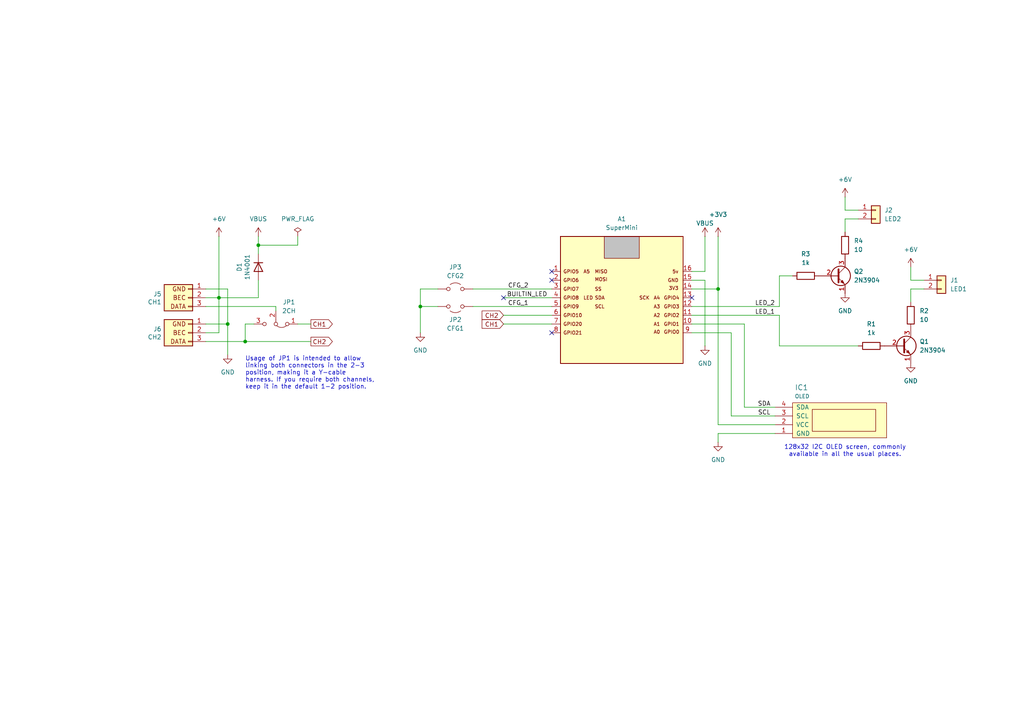
<source format=kicad_sch>
(kicad_sch (version 20231120) (generator "eeschema") (generator_version "8.0")
  (paper "A4")
  (title_block (title "RC Dashboard (ESP32 C3 \"SuperMini\" 2)") (comment 3 "board. This variant is slightly larger, but has two LED sockets.") (comment 4 "Adding a throttle gauge using an OLED-screen and an ESP32 C3 \"SuperMini\" development"))
  (lib_symbols
    (symbol "Connector_Generic:Conn_01x02" (pin_names (offset 1.016) hide)
      (property "Reference" "J" (at 0 2.54 0))
      (property "Value" "Conn_01x02" (at 0 -5.08 0))
      (symbol "Conn_01x02_1_1"
        (rectangle (start -1.27 -2.413) (end 0 -2.667) (stroke (width 0.1524)))
        (rectangle (start -1.27 0.127) (end 0 -0.127) (stroke (width 0.1524)))
        (rectangle (start -1.27 1.27) (end 1.27 -3.81) (stroke (width 0.254)) (fill (type background)))
        (pin passive line (at -5.08 0 0) (length 3.81) (name "Pin_1") (number "1"))
        (pin passive line (at -5.08 -2.54 0) (length 3.81) (name "Pin_2") (number "2"))
      )
    )
    (symbol "Device:R" (pin_numbers hide) (pin_names (offset 0))
      (property "Reference" "R" (at 2.032 0 90))
      (property "Value" "R" (at 0 0 90))
      (symbol "R_0_1"
        (rectangle (start -1.016 -2.54) (end 1.016 2.54) (stroke (width 0.254)))
      )
      (symbol "R_1_1"
        (pin passive line (at 0 3.81 270) (length 1.27) (name "~") (number "1"))
        (pin passive line (at 0 -3.81 90) (length 1.27) (name "~") (number "2"))
      )
    )
    (symbol "Diode:1N4001" (pin_numbers hide) (pin_names hide)
      (property "Reference" "D" (at 0 2.54 0))
      (property "Value" "1N4001" (at 0 -2.54 0))
      (symbol "1N4001_0_1"
        (polyline (pts (xy -1.27 1.27) (xy -1.27 -1.27)) (stroke (width 0.254)))
        (polyline (pts (xy 1.27 0) (xy -1.27 0)))
        (polyline (pts (xy 1.27 1.27) (xy 1.27 -1.27) (xy -1.27 0) (xy 1.27 1.27)) (stroke (width 0.254)))
      )
      (symbol "1N4001_1_1"
        (pin passive line (at -3.81 0 0) (length 2.54) (name "K") (number "1"))
        (pin passive line (at 3.81 0 180) (length 2.54) (name "A") (number "2"))
      )
    )
    (symbol "I2C_OLED:0.91_I2C_OLED" (pin_names (offset 1.016))
      (property "Reference" "IC" (at 1.27 -4.445 0))
      (property "Value" "0.91_I2C_OLED" (at 1.905 -2.54 0))
      (symbol "0.91_I2C_OLED_0_1"
        (rectangle (start -13.335 1.905) (end 13.97 -8.255) (fill (type background)))
        (rectangle (start 10.795 0) (end -7.62 -6.35))
      )
      (symbol "0.91_I2C_OLED_1_1"
        (pin power_in line (at -18.415 -6.985 0) (length 5.08) (name "GND") (number "1"))
        (pin power_in line (at -18.415 -4.445 0) (length 5.08) (name "VCC") (number "2"))
        (pin bidirectional line (at -18.415 -1.905 0) (length 5.08) (name "SCL") (number "3"))
        (pin bidirectional line (at -18.415 0.635 0) (length 5.08) (name "SDA") (number "4"))
      )
    )
    (symbol "Jumper:Jumper_2_Open" (pin_numbers hide) (pin_names (offset 0) hide) (exclude_from_sim yes)
      (property "Reference" "JP" (at 0 2.794 0))
      (property "Value" "Jumper_2_Open" (at 0 -2.286 0))
      (symbol "Jumper_2_Open_0_0"
        (circle (center -2.032 0) (radius 0.508))
        (circle (center 2.032 0) (radius 0.508))
      )
      (symbol "Jumper_2_Open_0_1"
        (arc (start 1.524 1.27) (mid 0 1.778) (end -1.524 1.27))
      )
      (symbol "Jumper_2_Open_1_1"
        (pin passive line (at -5.08 0 0) (length 2.54) (name "A") (number "1"))
        (pin passive line (at 5.08 0 180) (length 2.54) (name "B") (number "2"))
      )
    )
    (symbol "Jumper:Jumper_3_Bridged12" (pin_names (offset 0) hide) (exclude_from_sim yes) (in_bom no)
      (property "Reference" "JP" (at -2.54 -2.54 0))
      (property "Value" "Jumper_3_Bridged12" (at 0 2.794 0))
      (symbol "Jumper_3_Bridged12_0_0"
        (circle (center -3.302 0) (radius 0.508))
        (circle (center 0 0) (radius 0.508))
        (circle (center 3.302 0) (radius 0.508))
      )
      (symbol "Jumper_3_Bridged12_0_1"
        (arc (start -0.254 0.508) (mid -1.651 0.9912) (end -3.048 0.508))
        (polyline (pts (xy 0 -1.27) (xy 0 -0.508)))
      )
      (symbol "Jumper_3_Bridged12_1_1"
        (pin passive line (at -6.35 0 0) (length 2.54) (name "A") (number "1"))
        (pin passive line (at 0 -3.81 90) (length 2.54) (name "C") (number "2"))
        (pin passive line (at 6.35 0 180) (length 2.54) (name "B") (number "3"))
      )
    )
    (symbol "SuperMini:SuperMini" (pin_names hide)
      (property "Reference" "A" (at -15.748 -1.524 0))
      (property "Value" "SuperMini" (at 0 0 0))
      (symbol "SuperMini_0_1"
        (rectangle (start -17.78 2.54) (end 17.78 -34.29) (stroke (width 0.254)) (fill (type background)))
      )
      (symbol "SuperMini_1_0"
        (text "3V3" (at 16.51 -12.446 0) (effects (font (size 0.9906 0.9906)) (justify right)))
        (text "5v" (at 16.51 -7.62 0) (effects (font (size 0.9906 0.9906)) (justify right)))
        (text "A0" (at 11.176 -25.146 0) (effects (font (size 0.9906 0.9906)) (justify right)))
        (text "A1" (at 11.176 -22.86 0) (effects (font (size 0.9906 0.9906)) (justify right)))
        (text "A2" (at 11.176 -20.32 0) (effects (font (size 0.9906 0.9906)) (justify right)))
        (text "A3" (at 11.176 -17.78 0) (effects (font (size 0.9906 0.9906)) (justify right)))
        (text "A4" (at 11.176 -15.24 0) (effects (font (size 0.9906 0.9906)) (justify right)))
        (text "A5" (at -11.176 -7.62 0) (effects (font (size 0.9906 0.9906)) (justify left)))
        (text "GPIO0" (at 16.764 -25.146 0) (effects (font (size 0.9906 0.9906)) (justify right)))
        (text "GPIO1" (at 16.764 -22.86 0) (effects (font (size 0.9906 0.9906)) (justify right)))
        (text "GPIO10" (at -17.018 -20.32 0) (effects (font (size 0.9906 0.9906)) (justify left)))
        (text "GPIO2" (at 16.764 -20.32 0) (effects (font (size 0.9906 0.9906)) (justify right)))
        (text "GPIO20" (at -17.018 -22.86 0) (effects (font (size 0.9906 0.9906)) (justify left)))
        (text "GPIO21" (at -17.018 -25.4 0) (effects (font (size 0.9906 0.9906)) (justify left)))
        (text "GPIO3" (at 16.764 -17.78 0) (effects (font (size 0.9906 0.9906)) (justify right)))
        (text "GPIO4" (at 16.764 -15.24 0) (effects (font (size 0.9906 0.9906)) (justify right)))
        (text "GPIO5" (at -17.018 -7.62 0) (effects (font (size 0.9906 0.9906)) (justify left)))
        (text "GPIO6" (at -17.018 -10.16 0) (effects (font (size 0.9906 0.9906)) (justify left)))
        (text "GPIO7" (at -17.018 -12.7 0) (effects (font (size 0.9906 0.9906)) (justify left)))
        (text "GPIO8" (at -17.018 -15.24 0) (effects (font (size 0.9906 0.9906)) (justify left)))
        (text "GPIO9" (at -17.018 -17.78 0) (effects (font (size 0.9906 0.9906)) (justify left)))
        (text "LED" (at -11.176 -15.24 0) (effects (font (size 0.9906 0.9906)) (justify left)))
        (text "MISO" (at -7.874 -7.62 0) (effects (font (size 0.9906 0.9906)) (justify left)))
        (text "MOSI" (at -7.874 -9.906 0) (effects (font (size 0.9906 0.9906)) (justify left)))
        (text "SCK" (at 8.128 -15.24 0) (effects (font (size 0.9906 0.9906)) (justify right)))
        (text "SCL" (at -7.874 -17.78 0) (effects (font (size 0.9906 0.9906)) (justify left)))
        (text "SDA" (at -7.874 -15.24 0) (effects (font (size 0.9906 0.9906)) (justify left)))
        (text "SS" (at -7.874 -12.7 0) (effects (font (size 0.9906 0.9906)) (justify left)))
      )
      (symbol "SuperMini_1_1"
        (rectangle (start -5.08 2.54) (end 5.08 -3.81) (fill (type color) (color 194 194 194 1)))
        (text "GND" (at 16.51 -10.16 0) (effects (font (size 0.9906 0.9906)) (justify right)))
        (pin bidirectional line (at -20.32 -7.62 0) (length 2.54) (name "GPIO5") (number "1"))
        (pin bidirectional line (at 20.32 -22.86 180) (length 2.54) (name "GPIO1") (number "10"))
        (pin bidirectional line (at 20.32 -20.32 180) (length 2.54) (name "GPIO2") (number "11"))
        (pin bidirectional line (at 20.32 -17.78 180) (length 2.54) (name "GPIO3") (number "12"))
        (pin bidirectional line (at 20.32 -15.24 180) (length 2.54) (name "GPIO4") (number "13"))
        (pin power_out line (at 20.32 -12.7 180) (length 2.54) (name "3V3") (number "14"))
        (pin power_in line (at 20.32 -10.16 180) (length 2.54) (name "GND") (number "15"))
        (pin power_in line (at 20.32 -7.62 180) (length 2.54) (name "5v") (number "16"))
        (pin bidirectional line (at -20.32 -10.16 0) (length 2.54) (name "GPIO6") (number "2"))
        (pin bidirectional line (at -20.32 -12.7 0) (length 2.54) (name "GPIO7") (number "3"))
        (pin bidirectional line (at -20.32 -15.24 0) (length 2.54) (name "GPIO8") (number "4"))
        (pin bidirectional line (at -20.32 -17.78 0) (length 2.54) (name "GPIO9") (number "5"))
        (pin bidirectional line (at -20.32 -20.32 0) (length 2.54) (name "GPIO10") (number "6"))
        (pin bidirectional line (at -20.32 -22.86 0) (length 2.54) (name "GPIO20") (number "7"))
        (pin bidirectional line (at -20.32 -25.4 0) (length 2.54) (name "GPIO21") (number "8"))
        (pin bidirectional line (at 20.32 -25.4 180) (length 2.54) (name "GPIO0") (number "9"))
      )
    )
    (symbol "Transistor_BJT:2N3904" (pin_names (offset 0) hide)
      (property "Reference" "Q" (at 5.08 1.905 0))
      (property "Value" "2N3904" (at 5.08 0 0))
      (symbol "2N3904_0_1"
        (polyline (pts (xy 0.635 0.635) (xy 2.54 2.54)))
        (polyline (pts (xy 0.635 -0.635) (xy 2.54 -2.54) (xy 2.54 -2.54)))
        (polyline (pts (xy 0.635 1.905) (xy 0.635 -1.905) (xy 0.635 -1.905)) (stroke (width 0.508)))
        (polyline (pts (xy 1.27 -1.778) (xy 1.778 -1.27) (xy 2.286 -2.286) (xy 1.27 -1.778) (xy 1.27 -1.778)) (fill (type outline)))
        (circle (center 1.27 0) (radius 2.8194) (stroke (width 0.254)))
      )
      (symbol "2N3904_1_1"
        (pin passive line (at 2.54 -5.08 90) (length 2.54) (name "E") (number "1"))
        (pin passive line (at -5.08 0 0) (length 5.715) (name "B") (number "2"))
        (pin passive line (at 2.54 5.08 270) (length 2.54) (name "C") (number "3"))
      )
    )
    (symbol "power:+3V3" (power) (pin_numbers hide) (pin_names (offset 0) hide)
      (property "Value" "+3V3" (at 0 3.556 0))
      (symbol "+3V3_0_1"
        (polyline (pts (xy -0.762 1.27) (xy 0 2.54)))
        (polyline (pts (xy 0 0) (xy 0 2.54)))
        (polyline (pts (xy 0 2.54) (xy 0.762 1.27)))
      )
      (symbol "+3V3_1_1"
        (pin power_in line (at 0 0 90) (length 0) (name "~") (number "1"))
      )
    )
    (symbol "power:+6V" (power) (pin_numbers hide) (pin_names (offset 0) hide)
      (property "Value" "+6V" (at 0 3.556 0))
      (symbol "+6V_0_1"
        (polyline (pts (xy -0.762 1.27) (xy 0 2.54)))
        (polyline (pts (xy 0 0) (xy 0 2.54)))
        (polyline (pts (xy 0 2.54) (xy 0.762 1.27)))
      )
      (symbol "+6V_1_1"
        (pin power_in line (at 0 0 90) (length 0) (name "~") (number "1"))
      )
    )
    (symbol "power:GND" (power) (pin_numbers hide) (pin_names (offset 0) hide)
      (property "Value" "GND" (at 0 -3.81 0))
      (symbol "GND_0_1"
        (polyline (pts (xy 0 0) (xy 0 -1.27) (xy 1.27 -1.27) (xy 0 -2.54) (xy -1.27 -1.27) (xy 0 -1.27)))
      )
      (symbol "GND_1_1"
        (pin power_in line (at 0 0 270) (length 0) (name "~") (number "1"))
      )
    )
    (symbol "power:PWR_FLAG" (power) (pin_numbers hide) (pin_names (offset 0) hide)
      (property "Value" "PWR_FLAG" (at 0 3.81 0))
      (symbol "PWR_FLAG_0_0"
        (pin power_out line (at 0 0 90) (length 0) (name "~") (number "1"))
      )
      (symbol "PWR_FLAG_0_1"
        (polyline (pts (xy 0 0) (xy 0 1.27) (xy -1.016 1.905) (xy 0 2.54) (xy 1.016 1.905) (xy 0 1.27)))
      )
    )
    (symbol "power:VBUS" (power) (pin_numbers hide) (pin_names (offset 0) hide)
      (property "Value" "VBUS" (at 0 3.556 0))
      (symbol "VBUS_0_1"
        (polyline (pts (xy -0.762 1.27) (xy 0 2.54)))
        (polyline (pts (xy 0 0) (xy 0 2.54)))
        (polyline (pts (xy 0 2.54) (xy 0.762 1.27)))
      )
      (symbol "VBUS_1_1"
        (pin power_in line (at 0 0 90) (length 0) (name "~") (number "1"))
      )
    )
    (symbol "rc_light_system:Conn_Channel_Output" (pin_names (offset 1.016) hide)
      (property "Reference" "J" (at 0 5.08 0))
      (property "Value" "Conn_Channel_Output" (at 0 -5.08 0))
      (symbol "Conn_Channel_Output_0_1"
        (rectangle (start -1.27 3.81) (end 6.985 -3.81) (stroke (width 0.254)) (fill (type background)))
      )
      (symbol "Conn_Channel_Output_1_1"
        (rectangle (start -1.27 -2.413) (end 0 -2.667) (stroke (width 0.1524)))
        (rectangle (start -1.27 0.127) (end 0 -0.127) (stroke (width 0.1524)))
        (rectangle (start -1.27 2.667) (end 0 2.413) (stroke (width 0.1524)))
        (text "BEC" (at 0.635 0 0) (effects (font (size 1.27 1.27)) (justify left)))
        (text "DATA" (at 0.635 -2.54 0) (effects (font (size 1.27 1.27)) (justify left)))
        (text "GND" (at 0.635 2.54 0) (effects (font (size 1.27 1.27)) (justify left)))
        (pin power_in line (at -5.08 2.54 0) (length 3.81) (name "GND") (number "1"))
        (pin passive line (at -5.08 0 0) (length 3.81) (name "BEC") (number "2"))
        (pin input line (at -5.08 -2.54 0) (length 3.81) (name "VCC") (number "3"))
      )
    )
    (symbol "rc_light_system:Conn_Input" (pin_names (offset 1.016) hide)
      (property "Reference" "J" (at 0 5.08 0))
      (property "Value" "Conn_Input" (at 0 -5.08 0))
      (symbol "Conn_Input_0_1"
        (rectangle (start -1.27 3.81) (end 6.985 -3.81) (stroke (width 0.254)) (fill (type background)))
      )
      (symbol "Conn_Input_1_1"
        (rectangle (start -1.27 -2.413) (end 0 -2.667) (stroke (width 0.1524)))
        (rectangle (start -1.27 0.127) (end 0 -0.127) (stroke (width 0.1524)))
        (rectangle (start -1.27 2.667) (end 0 2.413) (stroke (width 0.1524)))
        (text "BEC" (at 0.635 0 0) (effects (font (size 1.27 1.27)) (justify left)))
        (text "DATA" (at 0.635 -2.54 0) (effects (font (size 1.27 1.27)) (justify left)))
        (text "GND" (at 0.635 2.54 0) (effects (font (size 1.27 1.27)) (justify left)))
        (pin power_out line (at -5.08 2.54 0) (length 3.81) (name "GND") (number "1"))
        (pin power_out line (at -5.08 0 0) (length 3.81) (name "BEC") (number "2"))
        (pin output line (at -5.08 -2.54 0) (length 3.81) (name "VCC") (number "3"))
      )
    )
  )
  (junction (at 63.5 86.36))
  (junction (at 71.12 99.06))
  (junction (at 74.93 71.12))
  (junction (at 208.28 83.82))
  (junction (at 121.92 88.9))
  (junction (at 66.04 93.98))
  (no_connect (at 160.02 81.28))
  (no_connect (at 200.66 86.36))
  (no_connect (at 160.02 78.74))
  (no_connect (at 146.05 86.36))
  (no_connect (at 160.02 96.52))
  (wire (pts (xy 212.09 96.52) (xy 212.09 120.65)))
  (wire (pts (xy 59.69 83.82) (xy 66.04 83.82)))
  (wire (pts (xy 66.04 93.98) (xy 66.04 102.87)))
  (wire (pts (xy 264.16 81.28) (xy 267.97 81.28)))
  (wire (pts (xy 264.16 83.82) (xy 264.16 87.63)))
  (wire (pts (xy 215.9 118.11) (xy 215.9 93.98)))
  (wire (pts (xy 200.66 78.74) (xy 204.47 78.74)))
  (wire (pts (xy 74.93 68.58) (xy 74.93 71.12)))
  (wire (pts (xy 59.69 88.9) (xy 80.01 88.9)))
  (wire (pts (xy 200.66 91.44) (xy 226.06 91.44)))
  (wire (pts (xy 208.28 83.82) (xy 208.28 123.19)))
  (wire (pts (xy 71.12 93.98) (xy 71.12 99.06)))
  (wire (pts (xy 226.06 100.33) (xy 248.92 100.33)))
  (wire (pts (xy 226.06 80.01) (xy 226.06 88.9)))
  (wire (pts (xy 66.04 83.82) (xy 66.04 93.98)))
  (wire (pts (xy 200.66 96.52) (xy 212.09 96.52)))
  (wire (pts (xy 208.28 68.58) (xy 208.28 83.82)))
  (wire (pts (xy 245.11 57.15) (xy 245.11 60.96)))
  (wire (pts (xy 59.69 99.06) (xy 71.12 99.06)))
  (wire (pts (xy 74.93 71.12) (xy 86.36 71.12)))
  (wire (pts (xy 245.11 63.5) (xy 248.92 63.5)))
  (wire (pts (xy 204.47 81.28) (xy 204.47 100.33)))
  (wire (pts (xy 59.69 93.98) (xy 66.04 93.98)))
  (wire (pts (xy 208.28 125.73) (xy 224.79 125.73)))
  (wire (pts (xy 121.92 88.9) (xy 127 88.9)))
  (wire (pts (xy 121.92 83.82) (xy 127 83.82)))
  (wire (pts (xy 245.11 60.96) (xy 248.92 60.96)))
  (wire (pts (xy 121.92 83.82) (xy 121.92 88.9)))
  (wire (pts (xy 71.12 99.06) (xy 90.17 99.06)))
  (wire (pts (xy 137.16 88.9) (xy 160.02 88.9)))
  (wire (pts (xy 74.93 71.12) (xy 74.93 73.66)))
  (wire (pts (xy 212.09 120.65) (xy 224.79 120.65)))
  (wire (pts (xy 80.01 88.9) (xy 80.01 90.17)))
  (wire (pts (xy 245.11 63.5) (xy 245.11 67.31)))
  (wire (pts (xy 121.92 88.9) (xy 121.92 96.52)))
  (wire (pts (xy 204.47 68.58) (xy 204.47 78.74)))
  (wire (pts (xy 137.16 83.82) (xy 160.02 83.82)))
  (wire (pts (xy 63.5 86.36) (xy 59.69 86.36)))
  (wire (pts (xy 86.36 68.58) (xy 86.36 71.12)))
  (wire (pts (xy 264.16 77.47) (xy 264.16 81.28)))
  (wire (pts (xy 200.66 81.28) (xy 204.47 81.28)))
  (wire (pts (xy 146.05 91.44) (xy 160.02 91.44)))
  (wire (pts (xy 63.5 68.58) (xy 63.5 86.36)))
  (wire (pts (xy 146.05 93.98) (xy 160.02 93.98)))
  (wire (pts (xy 215.9 93.98) (xy 200.66 93.98)))
  (wire (pts (xy 229.87 80.01) (xy 226.06 80.01)))
  (wire (pts (xy 224.79 123.19) (xy 208.28 123.19)))
  (wire (pts (xy 63.5 96.52) (xy 59.69 96.52)))
  (wire (pts (xy 146.05 86.36) (xy 160.02 86.36)))
  (wire (pts (xy 208.28 125.73) (xy 208.28 128.27)))
  (wire (pts (xy 208.28 83.82) (xy 200.66 83.82)))
  (wire (pts (xy 264.16 83.82) (xy 267.97 83.82)))
  (wire (pts (xy 73.66 93.98) (xy 71.12 93.98)))
  (wire (pts (xy 63.5 86.36) (xy 63.5 96.52)))
  (wire (pts (xy 200.66 88.9) (xy 226.06 88.9)))
  (wire (pts (xy 86.36 93.98) (xy 90.17 93.98)))
  (wire (pts (xy 215.9 118.11) (xy 224.79 118.11)))
  (wire (pts (xy 74.93 81.28) (xy 74.93 86.36)))
  (wire (pts (xy 226.06 91.44) (xy 226.06 100.33)))
  (wire (pts (xy 63.5 86.36) (xy 74.93 86.36)))
  (text "Usage of JP1 is intended to allow\nlinking both connectors in the 2-3\nposition, making it a Y-cable\nharness. If you require both channels,\nkeep it in the default 1-2 position." (at 71.12 113.03 0) (effects (font (size 1.27 1.27)) (justify left bottom)))
  (text "128x32 I2C OLED screen, commonly\navailable in all the usual places." (at 245.11 130.81 0) (effects (font (size 1.27 1.27))))
  (label "CFG_2" (at 147.32 83.82 0))
  (label "LED_1" (at 224.79 91.44 180))
  (label "CFG_1" (at 147.32 88.9 0))
  (label "SCL" (at 223.52 120.65 180))
  (label "LED_2" (at 224.79 88.9 180))
  (label "SDA" (at 223.52 118.11 180))
  (label "BUILTIN_LED" (at 158.75 86.36 180))
  (global_label "CH1" (shape output) (at 90.17 93.98 0) (property "Intersheetrefs" "${INTERSHEET_REFS}" (effects (hide yes))))
  (global_label "CH2" (shape input) (at 146.05 91.44 180) (property "Intersheetrefs" "${INTERSHEET_REFS}" (effects (hide yes))))
  (global_label "CH1" (shape input) (at 146.05 93.98 180) (property "Intersheetrefs" "${INTERSHEET_REFS}" (effects (hide yes))))
  (global_label "CH2" (shape output) (at 90.17 99.06 0) (property "Intersheetrefs" "${INTERSHEET_REFS}" (effects (hide yes))))
  (symbol (lib_id "rc_light_system:Conn_Input") (at 54.61 86.36 0) (mirror y) (unit 1)
    (property "Reference" "J5" (at 46.863 85.2932 0) (effects (justify left)))
    (property "Value" "CH1" (at 46.863 87.6046 0) (effects (justify left)))
    (property "Footprint" "Connector_PinHeader_2.54mm:PinHeader_1x03_P2.54mm_Vertical" (effects (hide yes)))
  )
  (symbol (lib_id "rc_light_system:Conn_Channel_Output") (at 54.61 96.52 0) (mirror y) (unit 1)
    (property "Reference" "J6" (at 46.863 95.4532 0) (effects (justify left)))
    (property "Value" "CH2" (at 46.863 97.7646 0) (effects (justify left)))
    (property "Footprint" "Connector_PinHeader_2.54mm:PinHeader_1x03_P2.54mm_Vertical" (effects (hide yes)))
  )
  (symbol (lib_id "I2C_OLED:0.91_I2C_OLED") (at 243.205 118.745 0) (unit 1)
    (property "Reference" "IC1" (at 230.505 112.395 0) (effects (font (size 1.524 1.524)) (justify left)))
    (property "Value" "OLED" (at 230.505 114.935 0) (effects (font (size 1.0922 1.0922)) (justify left)))
    (property "Footprint" "Connector_JST:JST_XH_B4B-XH-A_1x04_P2.50mm_Vertical" (effects (hide yes)))
  )
  (symbol (lib_id "Diode:1N4001") (at 74.93 77.47 270) (unit 1)
    (property "Reference" "D1" (at 69.4182 77.47 0))
    (property "Value" "1N4001" (at 71.7296 77.47 0))
    (property "Footprint" "Diode_THT:D_DO-41_SOD81_P10.16mm_Horizontal" (effects (hide yes)))
    (property "Datasheet" "http://www.vishay.com/docs/88503/1n4001.pdf" (effects (hide yes)))
  )
  (symbol (lib_id "Transistor_BJT:2N3904") (at 242.57 80.01 0) (unit 1)
    (property "Reference" "Q2" (at 247.65 78.7399 0) (effects (justify left)))
    (property "Value" "2N3904" (at 247.65 81.2799 0) (effects (justify left)))
    (property "Footprint" "Package_TO_SOT_THT:TO-92_Inline_Wide" (effects (hide yes)))
    (property "Datasheet" "https://www.onsemi.com/pub/Collateral/2N3903-D.PDF" (effects (hide yes)))
    (property "Description" "0.2A Ic, 40V Vce, Small Signal NPN Transistor, TO-92" (effects (hide yes)))
  )
  (symbol (lib_id "power:GND") (at 66.04 102.87 0) (unit 1)
    (property "Reference" "#PWR01" (effects (hide yes)))
    (property "Value" "GND" (at 66.04 107.95 0))
    (property "Description" "Power symbol creates a global label with name \"GND\" , ground" (effects (hide yes)))
  )
  (symbol (lib_id "Connector_Generic:Conn_01x02") (at 254 60.96 0) (unit 1)
    (property "Reference" "J2" (at 256.54 60.9599 0) (effects (justify left)))
    (property "Value" "LED2" (at 256.54 63.4999 0) (effects (justify left)))
    (property "Footprint" "Connector_JST:JST_XH_B2B-XH-A_1x02_P2.50mm_Vertical" (effects (hide yes)))
    (property "Description" "Generic connector, single row, 01x02, script generated (kicad-library-utils/schlib/autogen/connector/)" (effects (hide yes)))
  )
  (symbol (lib_id "power:+6V") (at 245.11 57.15 0) (unit 1)
    (property "Reference" "#PWR011" (effects (hide yes)))
    (property "Value" "+6V" (at 245.11 52.07 0))
    (property "Description" "Power symbol creates a global label with name \"+6V\"" (effects (hide yes)))
  )
  (symbol (lib_id "Device:R") (at 264.16 91.44 180) (unit 1)
    (property "Reference" "R2" (at 266.7 90.1699 0) (effects (justify right)))
    (property "Value" "10" (at 266.7 92.7099 0) (effects (justify right)))
    (property "Footprint" "resistor:R_Axial_DIN0207_L6.3mm_D2.5mm_P7.62mm_Horizontal" (effects (hide yes)))
    (property "Description" "Resistor" (effects (hide yes)))
  )
  (symbol (lib_id "Jumper:Jumper_3_Bridged12") (at 80.01 93.98 180) (unit 1) (exclude_from_sim yes) (in_bom no)
    (property "Reference" "JP1" (at 83.82 87.63 0))
    (property "Value" "2CH" (at 83.82 90.17 0))
    (property "Footprint" "solder_bridge:select2" (effects (hide yes)))
    (property "Description" "Jumper, 3-pole, pins 1+2 closed/bridged" (effects (hide yes)))
  )
  (symbol (lib_id "power:GND") (at 121.92 96.52 0) (unit 1)
    (property "Reference" "#PWR02" (effects (hide yes)))
    (property "Value" "GND" (at 121.92 101.6 0))
    (property "Description" "Power symbol creates a global label with name \"GND\" , ground" (effects (hide yes)))
  )
  (symbol (lib_id "Transistor_BJT:2N3904") (at 261.62 100.33 0) (unit 1)
    (property "Reference" "Q1" (at 266.7 99.0599 0) (effects (justify left)))
    (property "Value" "2N3904" (at 266.7 101.5999 0) (effects (justify left)))
    (property "Footprint" "Package_TO_SOT_THT:TO-92_Inline_Wide" (effects (hide yes)))
    (property "Datasheet" "https://www.onsemi.com/pub/Collateral/2N3903-D.PDF" (effects (hide yes)))
    (property "Description" "0.2A Ic, 40V Vce, Small Signal NPN Transistor, TO-92" (effects (hide yes)))
  )
  (symbol (lib_id "Device:R") (at 233.68 80.01 90) (unit 1)
    (property "Reference" "R3" (at 233.68 73.66 90))
    (property "Value" "1k" (at 233.68 76.2 90))
    (property "Footprint" "resistor:R_Axial_DIN0207_L6.3mm_D2.5mm_P7.62mm_Horizontal" (effects (hide yes)))
    (property "Description" "Resistor" (effects (hide yes)))
  )
  (symbol (lib_id "power:GND") (at 208.28 128.27 0) (unit 1)
    (property "Reference" "#PWR04" (effects (hide yes)))
    (property "Value" "GND" (at 208.28 133.35 0))
    (property "Description" "Power symbol creates a global label with name \"GND\" , ground" (effects (hide yes)))
  )
  (symbol (lib_id "power:GND") (at 204.47 100.33 0) (unit 1)
    (property "Reference" "#PWR05" (effects (hide yes)))
    (property "Value" "GND" (at 204.47 105.41 0))
    (property "Description" "Power symbol creates a global label with name \"GND\" , ground" (effects (hide yes)))
  )
  (symbol (lib_id "power:PWR_FLAG") (at 86.36 68.58 0) (unit 1)
    (property "Reference" "#FLG01" (effects (hide yes)))
    (property "Value" "PWR_FLAG" (at 86.36 63.5 0))
    (property "Description" "Special symbol for telling ERC where power comes from" (effects (hide yes)))
  )
  (symbol (lib_id "Device:R") (at 252.73 100.33 90) (unit 1)
    (property "Reference" "R1" (at 252.73 93.98 90))
    (property "Value" "1k" (at 252.73 96.52 90))
    (property "Footprint" "resistor:R_Axial_DIN0207_L6.3mm_D2.5mm_P7.62mm_Horizontal" (effects (hide yes)))
    (property "Description" "Resistor" (effects (hide yes)))
  )
  (symbol (lib_id "power:VBUS") (at 74.93 68.58 0) (unit 1)
    (property "Reference" "#PWR06" (effects (hide yes)))
    (property "Value" "VBUS" (at 74.93 63.5 0))
    (property "Description" "Power symbol creates a global label with name \"VBUS\"" (effects (hide yes)))
  )
  (symbol (lib_id "power:+6V") (at 264.16 77.47 0) (unit 1)
    (property "Reference" "#PWR09" (effects (hide yes)))
    (property "Value" "+6V" (at 264.16 72.39 0))
    (property "Description" "Power symbol creates a global label with name \"+6V\"" (effects (hide yes)))
  )
  (symbol (lib_id "power:GND") (at 264.16 105.41 0) (unit 1)
    (property "Reference" "#PWR010" (effects (hide yes)))
    (property "Value" "GND" (at 264.16 110.49 0))
    (property "Description" "Power symbol creates a global label with name \"GND\" , ground" (effects (hide yes)))
  )
  (symbol (lib_id "Jumper:Jumper_2_Open") (at 132.08 83.82 0) (unit 1) (exclude_from_sim yes)
    (property "Reference" "JP3" (at 132.08 77.47 0))
    (property "Value" "CFG2" (at 132.08 80.01 0))
    (property "Footprint" "solder_bridge:bridge" (effects (hide yes)))
    (property "Description" "Jumper, 2-pole, open" (effects (hide yes)))
  )
  (symbol (lib_id "Device:R") (at 245.11 71.12 180) (unit 1)
    (property "Reference" "R4" (at 247.65 69.8499 0) (effects (justify right)))
    (property "Value" "10" (at 247.65 72.3899 0) (effects (justify right)))
    (property "Footprint" "resistor:R_Axial_DIN0207_L6.3mm_D2.5mm_P7.62mm_Horizontal" (effects (hide yes)))
    (property "Description" "Resistor" (effects (hide yes)))
  )
  (symbol (lib_id "power:+3V3") (at 208.28 68.58 0) (unit 1)
    (property "Reference" "#PWR03" (effects (hide yes)))
    (property "Value" "+3V3" (at 208.28 62.23 0))
    (property "Description" "Power symbol creates a global label with name \"+3V3\"" (effects (hide yes)))
  )
  (symbol (lib_id "SuperMini:SuperMini") (at 180.34 71.12 0) (unit 1)
    (property "Reference" "A1" (at 180.34 63.5 0))
    (property "Value" "SuperMini" (at 180.34 66.04 0))
    (property "Footprint" "SuperMini:SuperMini_ESP32_C3" (effects (hide yes)))
    (property "Datasheet" "https://dl.artronshop.co.th/ESP32-C3%20SuperMini%20datasheet.pdf" (effects (hide yes)))
    (property "Description" "Development board available on the usual cheap sites, described as a SuperMini board with ESP32 C3 on it." (effects (hide yes)))
  )
  (symbol (lib_id "Connector_Generic:Conn_01x02") (at 273.05 81.28 0) (unit 1)
    (property "Reference" "J1" (at 275.59 81.2799 0) (effects (justify left)))
    (property "Value" "LED1" (at 275.59 83.8199 0) (effects (justify left)))
    (property "Footprint" "Connector_JST:JST_XH_B2B-XH-A_1x02_P2.50mm_Vertical" (effects (hide yes)))
    (property "Description" "Generic connector, single row, 01x02, script generated (kicad-library-utils/schlib/autogen/connector/)" (effects (hide yes)))
  )
  (symbol (lib_id "power:+6V") (at 63.5 68.58 0) (unit 1)
    (property "Reference" "#PWR08" (effects (hide yes)))
    (property "Value" "+6V" (at 63.5 63.5 0))
    (property "Description" "Power symbol creates a global label with name \"+6V\"" (effects (hide yes)))
  )
  (symbol (lib_id "Jumper:Jumper_2_Open") (at 132.08 88.9 0) (mirror x) (unit 1) (exclude_from_sim yes)
    (property "Reference" "JP2" (at 132.08 92.71 0))
    (property "Value" "CFG1" (at 132.08 95.25 0))
    (property "Footprint" "solder_bridge:bridge" (effects (hide yes)))
    (property "Description" "Jumper, 2-pole, open" (effects (hide yes)))
  )
  (symbol (lib_id "power:VBUS") (at 204.47 68.58 0) (unit 1)
    (property "Reference" "#PWR07" (effects (hide yes)))
    (property "Value" "VBUS" (at 204.47 64.77 0))
    (property "Description" "Power symbol creates a global label with name \"VBUS\"" (effects (hide yes)))
  )
  (symbol (lib_id "power:GND") (at 245.11 85.09 0) (unit 1)
    (property "Reference" "#PWR012" (effects (hide yes)))
    (property "Value" "GND" (at 245.11 90.17 0))
    (property "Description" "Power symbol creates a global label with name \"GND\" , ground" (effects (hide yes)))
  )
)
</source>
